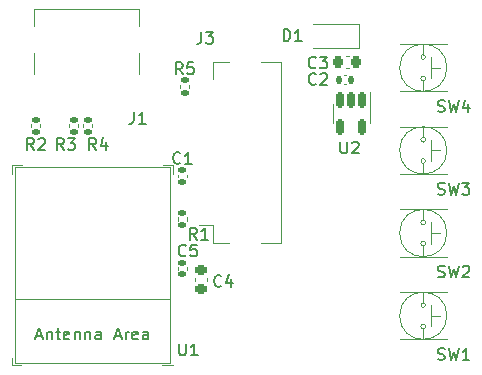
<source format=gto>
G04 #@! TF.GenerationSoftware,KiCad,Pcbnew,(6.0.10-0)*
G04 #@! TF.CreationDate,2022-12-22T21:19:14-05:00*
G04 #@! TF.ProjectId,rev2,72657632-2e6b-4696-9361-645f70636258,rev?*
G04 #@! TF.SameCoordinates,Original*
G04 #@! TF.FileFunction,Legend,Top*
G04 #@! TF.FilePolarity,Positive*
%FSLAX46Y46*%
G04 Gerber Fmt 4.6, Leading zero omitted, Abs format (unit mm)*
G04 Created by KiCad (PCBNEW (6.0.10-0)) date 2022-12-22 21:19:14*
%MOMM*%
%LPD*%
G01*
G04 APERTURE LIST*
G04 Aperture macros list*
%AMRoundRect*
0 Rectangle with rounded corners*
0 $1 Rounding radius*
0 $2 $3 $4 $5 $6 $7 $8 $9 X,Y pos of 4 corners*
0 Add a 4 corners polygon primitive as box body*
4,1,4,$2,$3,$4,$5,$6,$7,$8,$9,$2,$3,0*
0 Add four circle primitives for the rounded corners*
1,1,$1+$1,$2,$3*
1,1,$1+$1,$4,$5*
1,1,$1+$1,$6,$7*
1,1,$1+$1,$8,$9*
0 Add four rect primitives between the rounded corners*
20,1,$1+$1,$2,$3,$4,$5,0*
20,1,$1+$1,$4,$5,$6,$7,0*
20,1,$1+$1,$6,$7,$8,$9,0*
20,1,$1+$1,$8,$9,$2,$3,0*%
%AMFreePoly0*
4,1,6,0.725000,-0.725000,-0.725000,-0.725000,-0.725000,0.125000,-0.125000,0.725000,0.725000,0.725000,0.725000,-0.725000,0.725000,-0.725000,$1*%
G04 Aperture macros list end*
%ADD10C,0.150000*%
%ADD11C,0.120000*%
%ADD12R,1.800000X1.100000*%
%ADD13RoundRect,0.135000X0.185000X-0.135000X0.185000X0.135000X-0.185000X0.135000X-0.185000X-0.135000X0*%
%ADD14R,0.800000X0.400000*%
%ADD15R,0.400000X0.800000*%
%ADD16R,0.700000X0.700000*%
%ADD17R,1.450000X1.450000*%
%ADD18FreePoly0,180.000000*%
%ADD19RoundRect,0.135000X-0.185000X0.135000X-0.185000X-0.135000X0.185000X-0.135000X0.185000X0.135000X0*%
%ADD20RoundRect,0.225000X-0.250000X0.225000X-0.250000X-0.225000X0.250000X-0.225000X0.250000X0.225000X0*%
%ADD21RoundRect,0.140000X0.170000X-0.140000X0.170000X0.140000X-0.170000X0.140000X-0.170000X-0.140000X0*%
%ADD22R,0.900000X1.200000*%
%ADD23R,1.300000X0.300000*%
%ADD24R,2.200000X1.800000*%
%ADD25RoundRect,0.140000X-0.170000X0.140000X-0.170000X-0.140000X0.170000X-0.140000X0.170000X0.140000X0*%
%ADD26RoundRect,0.140000X-0.140000X-0.170000X0.140000X-0.170000X0.140000X0.170000X-0.140000X0.170000X0*%
%ADD27RoundRect,0.150000X-0.150000X0.512500X-0.150000X-0.512500X0.150000X-0.512500X0.150000X0.512500X0*%
%ADD28RoundRect,0.225000X-0.225000X-0.250000X0.225000X-0.250000X0.225000X0.250000X-0.225000X0.250000X0*%
%ADD29C,0.600000*%
%ADD30R,0.600000X1.160000*%
%ADD31R,0.300000X1.160000*%
%ADD32O,0.900000X1.700000*%
%ADD33O,0.900000X2.000000*%
%ADD34R,1.700000X1.700000*%
%ADD35O,1.700000X1.700000*%
G04 APERTURE END LIST*
D10*
X221245357Y-55204761D02*
X221388214Y-55252380D01*
X221626309Y-55252380D01*
X221721547Y-55204761D01*
X221769166Y-55157142D01*
X221816785Y-55061904D01*
X221816785Y-54966666D01*
X221769166Y-54871428D01*
X221721547Y-54823809D01*
X221626309Y-54776190D01*
X221435833Y-54728571D01*
X221340595Y-54680952D01*
X221292976Y-54633333D01*
X221245357Y-54538095D01*
X221245357Y-54442857D01*
X221292976Y-54347619D01*
X221340595Y-54300000D01*
X221435833Y-54252380D01*
X221673928Y-54252380D01*
X221816785Y-54300000D01*
X222150119Y-54252380D02*
X222388214Y-55252380D01*
X222578690Y-54538095D01*
X222769166Y-55252380D01*
X223007261Y-54252380D01*
X223292976Y-54252380D02*
X223912023Y-54252380D01*
X223578690Y-54633333D01*
X223721547Y-54633333D01*
X223816785Y-54680952D01*
X223864404Y-54728571D01*
X223912023Y-54823809D01*
X223912023Y-55061904D01*
X223864404Y-55157142D01*
X223816785Y-55204761D01*
X223721547Y-55252380D01*
X223435833Y-55252380D01*
X223340595Y-55204761D01*
X223292976Y-55157142D01*
X200833333Y-59052380D02*
X200500000Y-58576190D01*
X200261904Y-59052380D02*
X200261904Y-58052380D01*
X200642857Y-58052380D01*
X200738095Y-58100000D01*
X200785714Y-58147619D01*
X200833333Y-58242857D01*
X200833333Y-58385714D01*
X200785714Y-58480952D01*
X200738095Y-58528571D01*
X200642857Y-58576190D01*
X200261904Y-58576190D01*
X201785714Y-59052380D02*
X201214285Y-59052380D01*
X201500000Y-59052380D02*
X201500000Y-58052380D01*
X201404761Y-58195238D01*
X201309523Y-58290476D01*
X201214285Y-58338095D01*
X199335595Y-67852380D02*
X199335595Y-68661904D01*
X199383214Y-68757142D01*
X199430833Y-68804761D01*
X199526071Y-68852380D01*
X199716547Y-68852380D01*
X199811785Y-68804761D01*
X199859404Y-68757142D01*
X199907023Y-68661904D01*
X199907023Y-67852380D01*
X200907023Y-68852380D02*
X200335595Y-68852380D01*
X200621309Y-68852380D02*
X200621309Y-67852380D01*
X200526071Y-67995238D01*
X200430833Y-68090476D01*
X200335595Y-68138095D01*
X187238095Y-67216666D02*
X187714285Y-67216666D01*
X187142857Y-67502380D02*
X187476190Y-66502380D01*
X187809523Y-67502380D01*
X188142857Y-66835714D02*
X188142857Y-67502380D01*
X188142857Y-66930952D02*
X188190476Y-66883333D01*
X188285714Y-66835714D01*
X188428571Y-66835714D01*
X188523809Y-66883333D01*
X188571428Y-66978571D01*
X188571428Y-67502380D01*
X188904761Y-66835714D02*
X189285714Y-66835714D01*
X189047619Y-66502380D02*
X189047619Y-67359523D01*
X189095238Y-67454761D01*
X189190476Y-67502380D01*
X189285714Y-67502380D01*
X190000000Y-67454761D02*
X189904761Y-67502380D01*
X189714285Y-67502380D01*
X189619047Y-67454761D01*
X189571428Y-67359523D01*
X189571428Y-66978571D01*
X189619047Y-66883333D01*
X189714285Y-66835714D01*
X189904761Y-66835714D01*
X190000000Y-66883333D01*
X190047619Y-66978571D01*
X190047619Y-67073809D01*
X189571428Y-67169047D01*
X190476190Y-66835714D02*
X190476190Y-67502380D01*
X190476190Y-66930952D02*
X190523809Y-66883333D01*
X190619047Y-66835714D01*
X190761904Y-66835714D01*
X190857142Y-66883333D01*
X190904761Y-66978571D01*
X190904761Y-67502380D01*
X191380952Y-66835714D02*
X191380952Y-67502380D01*
X191380952Y-66930952D02*
X191428571Y-66883333D01*
X191523809Y-66835714D01*
X191666666Y-66835714D01*
X191761904Y-66883333D01*
X191809523Y-66978571D01*
X191809523Y-67502380D01*
X192714285Y-67502380D02*
X192714285Y-66978571D01*
X192666666Y-66883333D01*
X192571428Y-66835714D01*
X192380952Y-66835714D01*
X192285714Y-66883333D01*
X192714285Y-67454761D02*
X192619047Y-67502380D01*
X192380952Y-67502380D01*
X192285714Y-67454761D01*
X192238095Y-67359523D01*
X192238095Y-67264285D01*
X192285714Y-67169047D01*
X192380952Y-67121428D01*
X192619047Y-67121428D01*
X192714285Y-67073809D01*
X193904761Y-67216666D02*
X194380952Y-67216666D01*
X193809523Y-67502380D02*
X194142857Y-66502380D01*
X194476190Y-67502380D01*
X194809523Y-67502380D02*
X194809523Y-66835714D01*
X194809523Y-67026190D02*
X194857142Y-66930952D01*
X194904761Y-66883333D01*
X195000000Y-66835714D01*
X195095238Y-66835714D01*
X195809523Y-67454761D02*
X195714285Y-67502380D01*
X195523809Y-67502380D01*
X195428571Y-67454761D01*
X195380952Y-67359523D01*
X195380952Y-66978571D01*
X195428571Y-66883333D01*
X195523809Y-66835714D01*
X195714285Y-66835714D01*
X195809523Y-66883333D01*
X195857142Y-66978571D01*
X195857142Y-67073809D01*
X195380952Y-67169047D01*
X196714285Y-67502380D02*
X196714285Y-66978571D01*
X196666666Y-66883333D01*
X196571428Y-66835714D01*
X196380952Y-66835714D01*
X196285714Y-66883333D01*
X196714285Y-67454761D02*
X196619047Y-67502380D01*
X196380952Y-67502380D01*
X196285714Y-67454761D01*
X196238095Y-67359523D01*
X196238095Y-67264285D01*
X196285714Y-67169047D01*
X196380952Y-67121428D01*
X196619047Y-67121428D01*
X196714285Y-67073809D01*
X189559642Y-51452380D02*
X189226309Y-50976190D01*
X188988214Y-51452380D02*
X188988214Y-50452380D01*
X189369166Y-50452380D01*
X189464404Y-50500000D01*
X189512023Y-50547619D01*
X189559642Y-50642857D01*
X189559642Y-50785714D01*
X189512023Y-50880952D01*
X189464404Y-50928571D01*
X189369166Y-50976190D01*
X188988214Y-50976190D01*
X189892976Y-50452380D02*
X190512023Y-50452380D01*
X190178690Y-50833333D01*
X190321547Y-50833333D01*
X190416785Y-50880952D01*
X190464404Y-50928571D01*
X190512023Y-51023809D01*
X190512023Y-51261904D01*
X190464404Y-51357142D01*
X190416785Y-51404761D01*
X190321547Y-51452380D01*
X190035833Y-51452380D01*
X189940595Y-51404761D01*
X189892976Y-51357142D01*
X221245357Y-69204761D02*
X221388214Y-69252380D01*
X221626309Y-69252380D01*
X221721547Y-69204761D01*
X221769166Y-69157142D01*
X221816785Y-69061904D01*
X221816785Y-68966666D01*
X221769166Y-68871428D01*
X221721547Y-68823809D01*
X221626309Y-68776190D01*
X221435833Y-68728571D01*
X221340595Y-68680952D01*
X221292976Y-68633333D01*
X221245357Y-68538095D01*
X221245357Y-68442857D01*
X221292976Y-68347619D01*
X221340595Y-68300000D01*
X221435833Y-68252380D01*
X221673928Y-68252380D01*
X221816785Y-68300000D01*
X222150119Y-68252380D02*
X222388214Y-69252380D01*
X222578690Y-68538095D01*
X222769166Y-69252380D01*
X223007261Y-68252380D01*
X223912023Y-69252380D02*
X223340595Y-69252380D01*
X223626309Y-69252380D02*
X223626309Y-68252380D01*
X223531071Y-68395238D01*
X223435833Y-68490476D01*
X223340595Y-68538095D01*
X202907023Y-62957142D02*
X202859404Y-63004761D01*
X202716547Y-63052380D01*
X202621309Y-63052380D01*
X202478452Y-63004761D01*
X202383214Y-62909523D01*
X202335595Y-62814285D01*
X202287976Y-62623809D01*
X202287976Y-62480952D01*
X202335595Y-62290476D01*
X202383214Y-62195238D01*
X202478452Y-62100000D01*
X202621309Y-62052380D01*
X202716547Y-62052380D01*
X202859404Y-62100000D01*
X202907023Y-62147619D01*
X203764166Y-62385714D02*
X203764166Y-63052380D01*
X203526071Y-62004761D02*
X203287976Y-62719047D01*
X203907023Y-62719047D01*
X199433333Y-52557142D02*
X199385714Y-52604761D01*
X199242857Y-52652380D01*
X199147619Y-52652380D01*
X199004761Y-52604761D01*
X198909523Y-52509523D01*
X198861904Y-52414285D01*
X198814285Y-52223809D01*
X198814285Y-52080952D01*
X198861904Y-51890476D01*
X198909523Y-51795238D01*
X199004761Y-51700000D01*
X199147619Y-51652380D01*
X199242857Y-51652380D01*
X199385714Y-51700000D01*
X199433333Y-51747619D01*
X200385714Y-52652380D02*
X199814285Y-52652380D01*
X200100000Y-52652380D02*
X200100000Y-51652380D01*
X200004761Y-51795238D01*
X199909523Y-51890476D01*
X199814285Y-51938095D01*
X208188214Y-42252380D02*
X208188214Y-41252380D01*
X208426309Y-41252380D01*
X208569166Y-41300000D01*
X208664404Y-41395238D01*
X208712023Y-41490476D01*
X208759642Y-41680952D01*
X208759642Y-41823809D01*
X208712023Y-42014285D01*
X208664404Y-42109523D01*
X208569166Y-42204761D01*
X208426309Y-42252380D01*
X208188214Y-42252380D01*
X209712023Y-42252380D02*
X209140595Y-42252380D01*
X209426309Y-42252380D02*
X209426309Y-41252380D01*
X209331071Y-41395238D01*
X209235833Y-41490476D01*
X209140595Y-41538095D01*
X201221309Y-41452380D02*
X201221309Y-42166666D01*
X201173690Y-42309523D01*
X201078452Y-42404761D01*
X200935595Y-42452380D01*
X200840357Y-42452380D01*
X201602261Y-41452380D02*
X202221309Y-41452380D01*
X201887976Y-41833333D01*
X202030833Y-41833333D01*
X202126071Y-41880952D01*
X202173690Y-41928571D01*
X202221309Y-42023809D01*
X202221309Y-42261904D01*
X202173690Y-42357142D01*
X202126071Y-42404761D01*
X202030833Y-42452380D01*
X201745119Y-42452380D01*
X201649880Y-42404761D01*
X201602261Y-42357142D01*
X199633333Y-45052380D02*
X199300000Y-44576190D01*
X199061904Y-45052380D02*
X199061904Y-44052380D01*
X199442857Y-44052380D01*
X199538095Y-44100000D01*
X199585714Y-44147619D01*
X199633333Y-44242857D01*
X199633333Y-44385714D01*
X199585714Y-44480952D01*
X199538095Y-44528571D01*
X199442857Y-44576190D01*
X199061904Y-44576190D01*
X200538095Y-44052380D02*
X200061904Y-44052380D01*
X200014285Y-44528571D01*
X200061904Y-44480952D01*
X200157142Y-44433333D01*
X200395238Y-44433333D01*
X200490476Y-44480952D01*
X200538095Y-44528571D01*
X200585714Y-44623809D01*
X200585714Y-44861904D01*
X200538095Y-44957142D01*
X200490476Y-45004761D01*
X200395238Y-45052380D01*
X200157142Y-45052380D01*
X200061904Y-45004761D01*
X200014285Y-44957142D01*
X199907023Y-60377142D02*
X199859404Y-60424761D01*
X199716547Y-60472380D01*
X199621309Y-60472380D01*
X199478452Y-60424761D01*
X199383214Y-60329523D01*
X199335595Y-60234285D01*
X199287976Y-60043809D01*
X199287976Y-59900952D01*
X199335595Y-59710476D01*
X199383214Y-59615238D01*
X199478452Y-59520000D01*
X199621309Y-59472380D01*
X199716547Y-59472380D01*
X199859404Y-59520000D01*
X199907023Y-59567619D01*
X200811785Y-59472380D02*
X200335595Y-59472380D01*
X200287976Y-59948571D01*
X200335595Y-59900952D01*
X200430833Y-59853333D01*
X200668928Y-59853333D01*
X200764166Y-59900952D01*
X200811785Y-59948571D01*
X200859404Y-60043809D01*
X200859404Y-60281904D01*
X200811785Y-60377142D01*
X200764166Y-60424761D01*
X200668928Y-60472380D01*
X200430833Y-60472380D01*
X200335595Y-60424761D01*
X200287976Y-60377142D01*
X210909642Y-45857142D02*
X210862023Y-45904761D01*
X210719166Y-45952380D01*
X210623928Y-45952380D01*
X210481071Y-45904761D01*
X210385833Y-45809523D01*
X210338214Y-45714285D01*
X210290595Y-45523809D01*
X210290595Y-45380952D01*
X210338214Y-45190476D01*
X210385833Y-45095238D01*
X210481071Y-45000000D01*
X210623928Y-44952380D01*
X210719166Y-44952380D01*
X210862023Y-45000000D01*
X210909642Y-45047619D01*
X211290595Y-45047619D02*
X211338214Y-45000000D01*
X211433452Y-44952380D01*
X211671547Y-44952380D01*
X211766785Y-45000000D01*
X211814404Y-45047619D01*
X211862023Y-45142857D01*
X211862023Y-45238095D01*
X211814404Y-45380952D01*
X211242976Y-45952380D01*
X211862023Y-45952380D01*
X187033333Y-51452380D02*
X186700000Y-50976190D01*
X186461904Y-51452380D02*
X186461904Y-50452380D01*
X186842857Y-50452380D01*
X186938095Y-50500000D01*
X186985714Y-50547619D01*
X187033333Y-50642857D01*
X187033333Y-50785714D01*
X186985714Y-50880952D01*
X186938095Y-50928571D01*
X186842857Y-50976190D01*
X186461904Y-50976190D01*
X187414285Y-50547619D02*
X187461904Y-50500000D01*
X187557142Y-50452380D01*
X187795238Y-50452380D01*
X187890476Y-50500000D01*
X187938095Y-50547619D01*
X187985714Y-50642857D01*
X187985714Y-50738095D01*
X187938095Y-50880952D01*
X187366666Y-51452380D01*
X187985714Y-51452380D01*
X221245357Y-48204761D02*
X221388214Y-48252380D01*
X221626309Y-48252380D01*
X221721547Y-48204761D01*
X221769166Y-48157142D01*
X221816785Y-48061904D01*
X221816785Y-47966666D01*
X221769166Y-47871428D01*
X221721547Y-47823809D01*
X221626309Y-47776190D01*
X221435833Y-47728571D01*
X221340595Y-47680952D01*
X221292976Y-47633333D01*
X221245357Y-47538095D01*
X221245357Y-47442857D01*
X221292976Y-47347619D01*
X221340595Y-47300000D01*
X221435833Y-47252380D01*
X221673928Y-47252380D01*
X221816785Y-47300000D01*
X222150119Y-47252380D02*
X222388214Y-48252380D01*
X222578690Y-47538095D01*
X222769166Y-48252380D01*
X223007261Y-47252380D01*
X223816785Y-47585714D02*
X223816785Y-48252380D01*
X223578690Y-47204761D02*
X223340595Y-47919047D01*
X223959642Y-47919047D01*
X212988095Y-50752380D02*
X212988095Y-51561904D01*
X213035714Y-51657142D01*
X213083333Y-51704761D01*
X213178571Y-51752380D01*
X213369047Y-51752380D01*
X213464285Y-51704761D01*
X213511904Y-51657142D01*
X213559523Y-51561904D01*
X213559523Y-50752380D01*
X213988095Y-50847619D02*
X214035714Y-50800000D01*
X214130952Y-50752380D01*
X214369047Y-50752380D01*
X214464285Y-50800000D01*
X214511904Y-50847619D01*
X214559523Y-50942857D01*
X214559523Y-51038095D01*
X214511904Y-51180952D01*
X213940476Y-51752380D01*
X214559523Y-51752380D01*
X192307023Y-51452380D02*
X191973690Y-50976190D01*
X191735595Y-51452380D02*
X191735595Y-50452380D01*
X192116547Y-50452380D01*
X192211785Y-50500000D01*
X192259404Y-50547619D01*
X192307023Y-50642857D01*
X192307023Y-50785714D01*
X192259404Y-50880952D01*
X192211785Y-50928571D01*
X192116547Y-50976190D01*
X191735595Y-50976190D01*
X193164166Y-50785714D02*
X193164166Y-51452380D01*
X192926071Y-50404761D02*
X192687976Y-51119047D01*
X193307023Y-51119047D01*
X221245357Y-62204761D02*
X221388214Y-62252380D01*
X221626309Y-62252380D01*
X221721547Y-62204761D01*
X221769166Y-62157142D01*
X221816785Y-62061904D01*
X221816785Y-61966666D01*
X221769166Y-61871428D01*
X221721547Y-61823809D01*
X221626309Y-61776190D01*
X221435833Y-61728571D01*
X221340595Y-61680952D01*
X221292976Y-61633333D01*
X221245357Y-61538095D01*
X221245357Y-61442857D01*
X221292976Y-61347619D01*
X221340595Y-61300000D01*
X221435833Y-61252380D01*
X221673928Y-61252380D01*
X221816785Y-61300000D01*
X222150119Y-61252380D02*
X222388214Y-62252380D01*
X222578690Y-61538095D01*
X222769166Y-62252380D01*
X223007261Y-61252380D01*
X223340595Y-61347619D02*
X223388214Y-61300000D01*
X223483452Y-61252380D01*
X223721547Y-61252380D01*
X223816785Y-61300000D01*
X223864404Y-61347619D01*
X223912023Y-61442857D01*
X223912023Y-61538095D01*
X223864404Y-61680952D01*
X223292976Y-62252380D01*
X223912023Y-62252380D01*
X210909642Y-44457142D02*
X210862023Y-44504761D01*
X210719166Y-44552380D01*
X210623928Y-44552380D01*
X210481071Y-44504761D01*
X210385833Y-44409523D01*
X210338214Y-44314285D01*
X210290595Y-44123809D01*
X210290595Y-43980952D01*
X210338214Y-43790476D01*
X210385833Y-43695238D01*
X210481071Y-43600000D01*
X210623928Y-43552380D01*
X210719166Y-43552380D01*
X210862023Y-43600000D01*
X210909642Y-43647619D01*
X211242976Y-43552380D02*
X211862023Y-43552380D01*
X211528690Y-43933333D01*
X211671547Y-43933333D01*
X211766785Y-43980952D01*
X211814404Y-44028571D01*
X211862023Y-44123809D01*
X211862023Y-44361904D01*
X211814404Y-44457142D01*
X211766785Y-44504761D01*
X211671547Y-44552380D01*
X211385833Y-44552380D01*
X211290595Y-44504761D01*
X211242976Y-44457142D01*
X195512023Y-48252380D02*
X195512023Y-48966666D01*
X195464404Y-49109523D01*
X195369166Y-49204761D01*
X195226309Y-49252380D01*
X195131071Y-49252380D01*
X196512023Y-49252380D02*
X195940595Y-49252380D01*
X196226309Y-49252380D02*
X196226309Y-48252380D01*
X196131071Y-48395238D01*
X196035833Y-48490476D01*
X195940595Y-48538095D01*
D11*
X220000000Y-50400000D02*
X220000000Y-49500000D01*
X220000000Y-53500000D02*
X222000000Y-53500000D01*
X220700000Y-50600000D02*
X220700000Y-52400000D01*
X220000000Y-53500000D02*
X220000000Y-52600000D01*
X220000000Y-49500000D02*
X222000000Y-49500000D01*
X220000000Y-49500000D02*
X218000000Y-49500000D01*
X220000000Y-53500000D02*
X218000000Y-53500000D01*
X220700000Y-51500000D02*
X221400000Y-51500000D01*
X220200000Y-50600000D02*
G75*
G03*
X220200000Y-50600000I-200000J0D01*
G01*
X220200000Y-52400000D02*
G75*
G03*
X220200000Y-52400000I-200000J0D01*
G01*
X222000000Y-51500000D02*
G75*
G03*
X222000000Y-51500000I-2000000J0D01*
G01*
X199980000Y-57443641D02*
X199980000Y-57136359D01*
X199220000Y-57443641D02*
X199220000Y-57136359D01*
X198800000Y-53500000D02*
X198800000Y-52700000D01*
X185200000Y-53500000D02*
X185200000Y-52700000D01*
X185400000Y-52900000D02*
X198600000Y-52900000D01*
X185200000Y-69700000D02*
X185200000Y-69100000D01*
X185200000Y-52700000D02*
X186000000Y-52700000D01*
X198600000Y-69500000D02*
X185400000Y-69500000D01*
X198600000Y-64100000D02*
X185400000Y-64100000D01*
X197925000Y-69700000D02*
X198775000Y-69700000D01*
X198600000Y-52900000D02*
X198600000Y-69500000D01*
X198800000Y-52700000D02*
X198000000Y-52700000D01*
X185950000Y-69700000D02*
X185200000Y-69700000D01*
X185400000Y-69500000D02*
X185400000Y-52900000D01*
X190780000Y-49246359D02*
X190780000Y-49553641D01*
X190020000Y-49246359D02*
X190020000Y-49553641D01*
X220000000Y-63500000D02*
X218000000Y-63500000D01*
X220000000Y-63500000D02*
X222000000Y-63500000D01*
X220000000Y-67500000D02*
X222000000Y-67500000D01*
X220000000Y-67500000D02*
X220000000Y-66600000D01*
X220700000Y-64600000D02*
X220700000Y-66400000D01*
X220000000Y-67500000D02*
X218000000Y-67500000D01*
X220000000Y-64400000D02*
X220000000Y-63500000D01*
X220700000Y-65500000D02*
X221400000Y-65500000D01*
X220200000Y-64600000D02*
G75*
G03*
X220200000Y-64600000I-200000J0D01*
G01*
X222000000Y-65500000D02*
G75*
G03*
X222000000Y-65500000I-2000000J0D01*
G01*
X220200000Y-66400000D02*
G75*
G03*
X220200000Y-66400000I-200000J0D01*
G01*
X200690000Y-62284420D02*
X200690000Y-62565580D01*
X201710000Y-62284420D02*
X201710000Y-62565580D01*
X199960000Y-53787836D02*
X199960000Y-53572164D01*
X199240000Y-53787836D02*
X199240000Y-53572164D01*
X214600000Y-42800000D02*
X210700000Y-42800000D01*
X214600000Y-42800000D02*
X214600000Y-40800000D01*
X214600000Y-40800000D02*
X210700000Y-40800000D01*
X208000000Y-44000000D02*
X206260000Y-44000000D01*
X208000000Y-59300000D02*
X208000000Y-44000000D01*
X206260000Y-59300000D02*
X208000000Y-59300000D01*
X202200000Y-44000000D02*
X203540000Y-44000000D01*
X202200000Y-57810000D02*
X202200000Y-59300000D01*
X202200000Y-45490000D02*
X202200000Y-44000000D01*
X202200000Y-57810000D02*
X201000000Y-57810000D01*
X202200000Y-59300000D02*
X203540000Y-59300000D01*
X199420000Y-45936359D02*
X199420000Y-46243641D01*
X200180000Y-45936359D02*
X200180000Y-46243641D01*
X199960000Y-61412164D02*
X199960000Y-61627836D01*
X199240000Y-61412164D02*
X199240000Y-61627836D01*
X213262164Y-45140000D02*
X213477836Y-45140000D01*
X213262164Y-45860000D02*
X213477836Y-45860000D01*
X186820000Y-49246359D02*
X186820000Y-49553641D01*
X187580000Y-49246359D02*
X187580000Y-49553641D01*
X220000000Y-43400000D02*
X220000000Y-42500000D01*
X220000000Y-42500000D02*
X222000000Y-42500000D01*
X220700000Y-44500000D02*
X221400000Y-44500000D01*
X220000000Y-42500000D02*
X218000000Y-42500000D01*
X220000000Y-46500000D02*
X222000000Y-46500000D01*
X220000000Y-46500000D02*
X218000000Y-46500000D01*
X220700000Y-43600000D02*
X220700000Y-45400000D01*
X220000000Y-46500000D02*
X220000000Y-45600000D01*
X222000000Y-44500000D02*
G75*
G03*
X222000000Y-44500000I-2000000J0D01*
G01*
X220200000Y-43600000D02*
G75*
G03*
X220200000Y-43600000I-200000J0D01*
G01*
X220200000Y-45400000D02*
G75*
G03*
X220200000Y-45400000I-200000J0D01*
G01*
X212340000Y-48362500D02*
X212340000Y-47562500D01*
X215460000Y-48362500D02*
X215460000Y-46562500D01*
X212340000Y-48362500D02*
X212340000Y-49162500D01*
X215460000Y-48362500D02*
X215460000Y-49162500D01*
X191220000Y-49246359D02*
X191220000Y-49553641D01*
X191980000Y-49246359D02*
X191980000Y-49553641D01*
X220700000Y-58500000D02*
X221400000Y-58500000D01*
X220000000Y-56500000D02*
X218000000Y-56500000D01*
X220000000Y-60500000D02*
X222000000Y-60500000D01*
X220000000Y-60500000D02*
X218000000Y-60500000D01*
X220000000Y-60500000D02*
X220000000Y-59600000D01*
X220000000Y-56500000D02*
X222000000Y-56500000D01*
X220700000Y-57600000D02*
X220700000Y-59400000D01*
X220000000Y-57400000D02*
X220000000Y-56500000D01*
X222000000Y-58500000D02*
G75*
G03*
X222000000Y-58500000I-2000000J0D01*
G01*
X220200000Y-57600000D02*
G75*
G03*
X220200000Y-57600000I-200000J0D01*
G01*
X220200000Y-59400000D02*
G75*
G03*
X220200000Y-59400000I-200000J0D01*
G01*
X213434420Y-44510000D02*
X213715580Y-44510000D01*
X213434420Y-43490000D02*
X213715580Y-43490000D01*
X195970000Y-45045000D02*
X195970000Y-43245000D01*
X187030000Y-39535000D02*
X187030000Y-40995000D01*
X187030000Y-39535000D02*
X195970000Y-39535000D01*
X187030000Y-45045000D02*
X187030000Y-43245000D01*
X195970000Y-39535000D02*
X195970000Y-40995000D01*
%LPC*%
D12*
X223100000Y-53350000D03*
X216900000Y-53350000D03*
X223100000Y-49650000D03*
X216900000Y-49650000D03*
D13*
X199600000Y-57800000D03*
X199600000Y-56780000D03*
D14*
X197900000Y-62500000D03*
X197900000Y-61700000D03*
X197900000Y-60900000D03*
X197900000Y-60100000D03*
X197900000Y-59300000D03*
X197900000Y-58500000D03*
X197900000Y-57700000D03*
X197900000Y-56900000D03*
X197900000Y-56100000D03*
X197900000Y-55300000D03*
X197900000Y-54500000D03*
D15*
X196800000Y-53600000D03*
X196000000Y-53600000D03*
X195200000Y-53600000D03*
X194400000Y-53600000D03*
X193600000Y-53600000D03*
X192800000Y-53600000D03*
X192000000Y-53600000D03*
X191200000Y-53600000D03*
X190400000Y-53600000D03*
X189600000Y-53600000D03*
X188800000Y-53600000D03*
X188000000Y-53600000D03*
X187200000Y-53600000D03*
D14*
X186100000Y-54500000D03*
X186100000Y-55300000D03*
X186100000Y-56100000D03*
X186100000Y-56900000D03*
X186100000Y-57700000D03*
X186100000Y-58500000D03*
X186100000Y-59300000D03*
X186100000Y-60100000D03*
X186100000Y-60900000D03*
X186100000Y-61700000D03*
X186100000Y-62500000D03*
D16*
X186050000Y-53550000D03*
D15*
X188000000Y-63400000D03*
X196000000Y-63400000D03*
D16*
X186050000Y-63450000D03*
D15*
X196800000Y-63400000D03*
X194400000Y-63400000D03*
D17*
X190025000Y-56525000D03*
X190025000Y-58500000D03*
D15*
X192000000Y-63400000D03*
D17*
X192000000Y-58500000D03*
X193975000Y-58500000D03*
D15*
X189600000Y-63400000D03*
X193600000Y-63400000D03*
X190400000Y-63400000D03*
X192800000Y-63400000D03*
D17*
X192000000Y-60475000D03*
D18*
X193975000Y-60475000D03*
D15*
X191200000Y-63400000D03*
X195200000Y-63400000D03*
X187200000Y-63400000D03*
D16*
X197950000Y-53550000D03*
D17*
X190025000Y-60475000D03*
D15*
X188800000Y-63400000D03*
D17*
X192000000Y-56525000D03*
X193975000Y-56525000D03*
D16*
X197950000Y-63450000D03*
D19*
X190400000Y-48890000D03*
X190400000Y-49910000D03*
D12*
X223100000Y-67350000D03*
X216900000Y-67350000D03*
X223100000Y-63650000D03*
X216900000Y-63650000D03*
D20*
X201200000Y-61650000D03*
X201200000Y-63200000D03*
D21*
X199600000Y-54160000D03*
X199600000Y-53200000D03*
D22*
X214000000Y-41800000D03*
X210700000Y-41800000D03*
D23*
X201650000Y-57400000D03*
X201650000Y-56900000D03*
X201650000Y-56400000D03*
X201650000Y-55900000D03*
X201650000Y-55400000D03*
X201650000Y-54900000D03*
X201650000Y-54400000D03*
X201650000Y-53900000D03*
X201650000Y-53400000D03*
X201650000Y-52900000D03*
X201650000Y-52400000D03*
X201650000Y-51900000D03*
X201650000Y-51400000D03*
X201650000Y-50900000D03*
X201650000Y-50400000D03*
X201650000Y-49900000D03*
X201650000Y-49400000D03*
X201650000Y-48900000D03*
X201650000Y-48400000D03*
X201650000Y-47900000D03*
X201650000Y-47400000D03*
X201650000Y-46900000D03*
X201650000Y-46400000D03*
X201650000Y-45900000D03*
D24*
X204900000Y-44000000D03*
X204900000Y-59300000D03*
D19*
X199800000Y-45580000D03*
X199800000Y-46600000D03*
D25*
X199600000Y-61040000D03*
X199600000Y-62000000D03*
D26*
X212890000Y-45500000D03*
X213850000Y-45500000D03*
D19*
X187200000Y-48890000D03*
X187200000Y-49910000D03*
D12*
X223100000Y-46350000D03*
X216900000Y-46350000D03*
X223100000Y-42650000D03*
X216900000Y-42650000D03*
D27*
X214850000Y-47225000D03*
X213900000Y-47225000D03*
X212950000Y-47225000D03*
X212950000Y-49500000D03*
X214850000Y-49500000D03*
D19*
X191600000Y-48890000D03*
X191600000Y-49910000D03*
D12*
X223100000Y-60350000D03*
X216900000Y-60350000D03*
X223100000Y-56650000D03*
X216900000Y-56650000D03*
D28*
X212800000Y-44000000D03*
X214350000Y-44000000D03*
D29*
X194390000Y-45825000D03*
X188610000Y-45825000D03*
D30*
X194700000Y-46885000D03*
X193900000Y-46885000D03*
D31*
X192750000Y-46885000D03*
X191750000Y-46885000D03*
X191250000Y-46885000D03*
X190250000Y-46885000D03*
D30*
X189100000Y-46885000D03*
X188300000Y-46885000D03*
X188300000Y-46885000D03*
X189100000Y-46885000D03*
D31*
X189750000Y-46885000D03*
X190750000Y-46885000D03*
X192250000Y-46885000D03*
X193250000Y-46885000D03*
D30*
X193900000Y-46885000D03*
X194700000Y-46885000D03*
D32*
X187180000Y-42135000D03*
X195820000Y-42135000D03*
D33*
X187180000Y-46305000D03*
X195820000Y-46305000D03*
D34*
X213200000Y-62600000D03*
D35*
X210660000Y-62600000D03*
X213200000Y-65140000D03*
X210660000Y-65140000D03*
X213200000Y-67680000D03*
X210660000Y-67680000D03*
M02*

</source>
